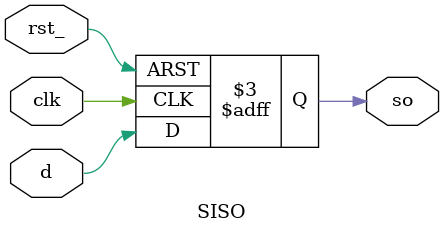
<source format=v>
`timescale 1ns / 1ps

`default_nettype none

// 4 bit siso
  
// sl - shift / load : if load (1) , d is allowed to interact with reg, else if shift (0) input doesnt get to reg, if there is a tmp reg, its content is read.


module SISO(
input wire d, clk, rst_,  
output reg so
    );


always@(posedge clk or negedge rst_ )  begin
if (!rst_  ) begin
so <= 0;
end
else begin
so <=  d;
end
end

endmodule

</source>
